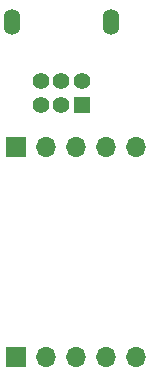
<source format=gbr>
%TF.GenerationSoftware,KiCad,Pcbnew,(6.0.7)*%
%TF.CreationDate,2022-08-31T20:47:36+01:00*%
%TF.ProjectId,Adapter,41646170-7465-4722-9e6b-696361645f70,rev?*%
%TF.SameCoordinates,Original*%
%TF.FileFunction,Soldermask,Bot*%
%TF.FilePolarity,Negative*%
%FSLAX46Y46*%
G04 Gerber Fmt 4.6, Leading zero omitted, Abs format (unit mm)*
G04 Created by KiCad (PCBNEW (6.0.7)) date 2022-08-31 20:47:36*
%MOMM*%
%LPD*%
G01*
G04 APERTURE LIST*
%ADD10R,1.700000X1.700000*%
%ADD11O,1.700000X1.700000*%
%ADD12R,1.400000X1.400000*%
%ADD13C,1.400000*%
%ADD14O,1.400000X2.200000*%
G04 APERTURE END LIST*
D10*
%TO.C,U1*%
X147066000Y-116078000D03*
D11*
X149606000Y-116078000D03*
X152146000Y-116078000D03*
X154686000Y-116078000D03*
X157226000Y-116078000D03*
X157226000Y-98298000D03*
X154686000Y-98298000D03*
X152146000Y-98298000D03*
X149606000Y-98298000D03*
D10*
X147066000Y-98298000D03*
%TD*%
D12*
%TO.C,J1*%
X152622000Y-94731500D03*
D13*
X152622000Y-92731500D03*
X150922000Y-94731500D03*
X150922000Y-92731500D03*
X149222000Y-94731500D03*
X149222000Y-92731500D03*
D14*
X155122000Y-87731500D03*
X146722000Y-87731500D03*
%TD*%
M02*

</source>
